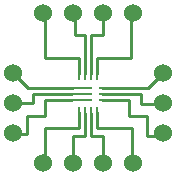
<source format=gtl>
G04*
G04 #@! TF.GenerationSoftware,Altium Limited,Altium Designer,21.7.2 (23)*
G04*
G04 Layer_Physical_Order=1*
G04 Layer_Color=255*
%FSAX25Y25*%
%MOIN*%
G70*
G04*
G04 #@! TF.SameCoordinates,7BE8DB0F-7713-4745-BEA7-099FA81AE675*
G04*
G04*
G04 #@! TF.FilePolarity,Positive*
G04*
G01*
G75*
%ADD12C,0.01000*%
%ADD13R,0.00945X0.02362*%
%ADD14R,0.02362X0.00945*%
%ADD15R,0.07047X0.00866*%
%ADD16R,0.07047X0.00945*%
%ADD17C,0.06000*%
D12*
X-0010000Y-0020000D02*
X-0005000Y-0025000D01*
X0009829D01*
X0034500Y-0041000D02*
X0039000D01*
X0034500D02*
Y-0034500D01*
X0028500D02*
X0034500D01*
X0028480Y-0034480D02*
X0028500Y-0034500D01*
X0028480Y-0034480D02*
Y-0028980D01*
X0019480D02*
X0028480D01*
X0032500Y-0030500D02*
X0039500D01*
X0032500D02*
Y-0029500D01*
Y-0027000D01*
X0019480Y-0027012D02*
X0032500Y-0027000D01*
X0034957Y-0025043D02*
X0040000Y-0020000D01*
X0034500Y-0025043D02*
X0034957D01*
X0032957D02*
X0034500D01*
X0019480D02*
X0032957D01*
X0029500Y-0049500D02*
Y-0038500D01*
X0020000Y-0049000D02*
Y-0041000D01*
X0016000D02*
X0020000D01*
X0016000D02*
Y-0033500D01*
X0010000Y-0050000D02*
Y-0041000D01*
X0014000D01*
Y-0033500D01*
X0000594Y-0049406D02*
Y-0038405D01*
X-0009500Y-0040500D02*
X-0005500D01*
Y-0034500D01*
X0000500D01*
Y-0029000D01*
X0009500D01*
X-0010000Y-0030000D02*
X-0003500D01*
Y-0027000D01*
X0009500D01*
X0018000Y-0038500D02*
Y-0033000D01*
Y-0038500D02*
X0029500D01*
X0012094Y-0038405D02*
Y-0033000D01*
X0000594Y-0038405D02*
X0012094D01*
X0029406Y-0015094D02*
Y-0000594D01*
X0017906Y-0015094D02*
X0029406D01*
X0017906Y-0020500D02*
Y-0015094D01*
X0020000Y-0007500D02*
Y0000000D01*
X0016000Y-0007500D02*
X0020000D01*
X0016000Y-0020500D02*
Y-0007500D01*
X0010500D02*
Y-0000500D01*
Y-0007500D02*
X0014000D01*
Y-0020500D02*
Y-0007500D01*
X0000500Y-0015000D02*
Y-0000500D01*
Y-0015000D02*
X0012000D01*
Y-0020500D02*
Y-0015000D01*
D13*
Y-0021500D02*
D03*
X0013969D02*
D03*
X0015937D02*
D03*
X0017906D02*
D03*
Y-0032524D02*
D03*
X0015937D02*
D03*
X0013969D02*
D03*
X0012000D02*
D03*
D14*
X0019480Y-0025043D02*
D03*
Y-0027012D02*
D03*
Y-0028980D02*
D03*
D15*
X0012768Y-0028941D02*
D03*
Y-0025083D02*
D03*
D16*
Y-0027012D02*
D03*
D17*
X0040000Y-0040000D02*
D03*
X-0010000Y-0020000D02*
D03*
Y-0030000D02*
D03*
X0000000Y-0050000D02*
D03*
X0010000D02*
D03*
X0030000D02*
D03*
X0020000D02*
D03*
X0040000Y-0030000D02*
D03*
Y-0020000D02*
D03*
X0030000Y0000000D02*
D03*
X0020000D02*
D03*
X0010000D02*
D03*
X0000000D02*
D03*
X-0010000Y-0040000D02*
D03*
M02*

</source>
